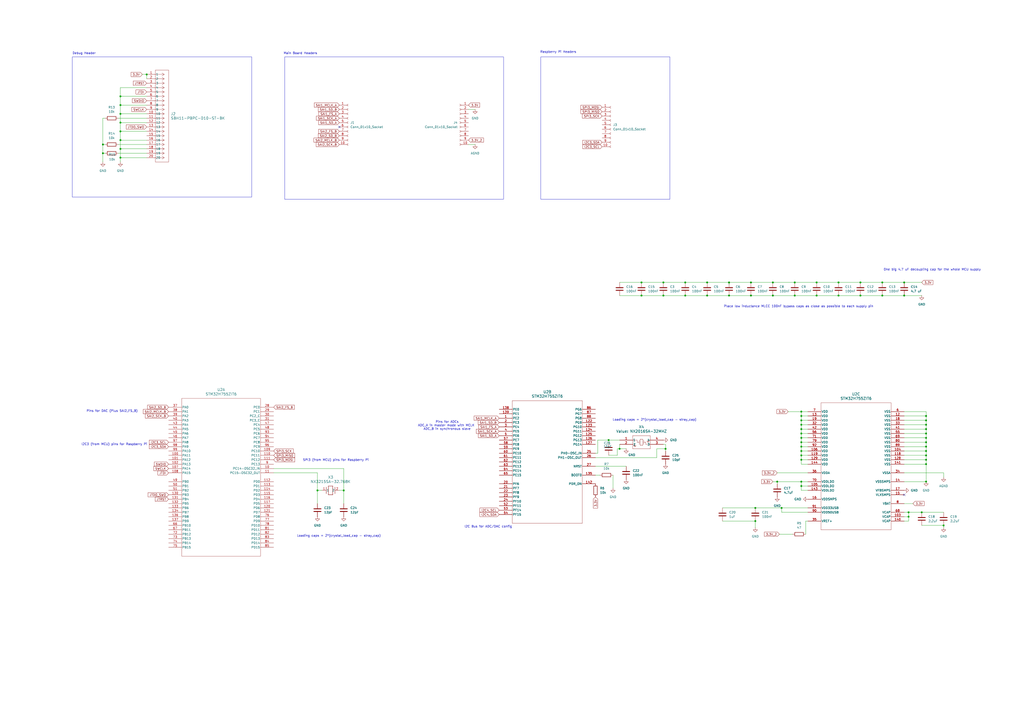
<source format=kicad_sch>
(kicad_sch (version 20231120) (generator "eeschema") (generator_version "8.0")
  (paper "A2")
  (lib_symbols
    (symbol "Connector:Conn_01x10_Socket" (pin_names (offset 1.016) hide)
      (property "Reference" "J" (at 0 12.7 0))
      (property "Value" "Conn_01x10_Socket" (at 0 -15.24 0))
      (symbol "Conn_01x10_Socket_1_1"
        (pin passive line (at -5.08 10.16 0) (length 3.81) (name "Pin_1") (number "1"))
        (pin passive line (at -5.08 -12.7 0) (length 3.81) (name "Pin_10") (number "10"))
        (pin passive line (at -5.08 7.62 0) (length 3.81) (name "Pin_2") (number "2"))
        (pin passive line (at -5.08 5.08 0) (length 3.81) (name "Pin_3") (number "3"))
        (pin passive line (at -5.08 2.54 0) (length 3.81) (name "Pin_4") (number "4"))
        (pin passive line (at -5.08 0 0) (length 3.81) (name "Pin_5") (number "5"))
        (pin passive line (at -5.08 -2.54 0) (length 3.81) (name "Pin_6") (number "6"))
        (pin passive line (at -5.08 -5.08 0) (length 3.81) (name "Pin_7") (number "7"))
        (pin passive line (at -5.08 -7.62 0) (length 3.81) (name "Pin_8") (number "8"))
        (pin passive line (at -5.08 -10.16 0) (length 3.81) (name "Pin_9") (number "9"))
      )
    )
    (symbol "Device:C" (pin_numbers hide) (pin_names (offset 0.254))
      (property "Reference" "C" (at 0.635 2.54 0))
      (property "Value" "C" (at 0.635 -2.54 0))
      (symbol "C_1_1"
        (pin passive line (at 0 3.81 270) (length 2.794) (name "~") (number "1"))
        (pin passive line (at 0 -3.81 90) (length 2.794) (name "~") (number "2"))
      )
    )
    (symbol "Device:R" (pin_numbers hide) (pin_names (offset 0))
      (property "Reference" "R" (at 2.032 0 90))
      (property "Value" "R" (at 0 0 90))
      (symbol "R_1_1"
        (pin passive line (at 0 3.81 270) (length 1.27) (name "~") (number "1"))
        (pin passive line (at 0 -3.81 90) (length 1.27) (name "~") (number "2"))
      )
    )
    (symbol "SDLibrary:NX2016SA-32MHZ-EXS00A-CS06654" (pin_names (offset 0.254))
      (property "Reference" "X" (at 12.7 7.62 0))
      (property "Value" "NX2016SA-32MHZ" (at 12.7 5.08 0) (show_name))
      (symbol "NX2016SA-32MHZ-EXS00A-CS06654_0_1"
        (pin unspecified line (at 0 0 0) (length 7.62) (name "1") (number "1"))
        (pin unspecified line (at 0 -2.54 0) (length 7.62) (name "2") (number "2"))
        (pin unspecified line (at 25.4 -2.54 180) (length 7.62) (name "3") (number "3"))
        (pin unspecified line (at 25.4 0 180) (length 7.62) (name "4") (number "4"))
      )
    )
    (symbol "SDLibrary:NX3215SA-32.768K-STD-MUA-9" (pin_names (offset 0.254))
      (property "Reference" "X" (at 5.08 4.445 0))
      (property "Value" "NX3215SA-32.768K" (at 5.08 -4.445 0))
      (symbol "NX3215SA-32.768K-STD-MUA-9_1_1"
        (pin unspecified line (at 0 0 0) (length 2.54) (name "1") (number "1"))
        (pin unspecified line (at 10.16 0 180) (length 2.54) (name "2") (number "2"))
      )
      (symbol "NX3215SA-32.768K-STD-MUA-9_1_2"
        (pin unspecified line (at 0 0 90) (length 2.54) (name "1") (number "1"))
        (pin unspecified line (at 0 10.16 270) (length 2.54) (name "2") (number "2"))
      )
    )
    (symbol "SDLibrary:SBH11-PBPC-D10-ST-BK" (pin_names (offset 0.254))
      (property "Reference" "J" (at 8.89 6.35 0))
      (property "Value" "SBH11-PBPC-D10-ST-BK" (at 1.016 4.318 0))
      (symbol "SBH11-PBPC-D10-ST-BK_0_1"
        (pin unspecified line (at 0 0 0) (length 5.08) (name "1") (number "1"))
        (pin unspecified line (at 0 -22.86 0) (length 5.08) (name "10") (number "10"))
        (pin unspecified line (at 0 -25.4 0) (length 5.08) (name "11") (number "11"))
        (pin unspecified line (at 0 -27.94 0) (length 5.08) (name "12") (number "12"))
        (pin unspecified line (at 0 -30.48 0) (length 5.08) (name "13") (number "13"))
        (pin unspecified line (at 0 -33.02 0) (length 5.08) (name "14") (number "14"))
        (pin unspecified line (at 0 -35.56 0) (length 5.08) (name "15") (number "15"))
        (pin unspecified line (at 0 -38.1 0) (length 5.08) (name "16") (number "16"))
        (pin unspecified line (at 0 -40.64 0) (length 5.08) (name "17") (number "17"))
        (pin unspecified line (at 0 -43.18 0) (length 5.08) (name "18") (number "18"))
        (pin unspecified line (at 0 -45.72 0) (length 5.08) (name "19") (number "19"))
        (pin unspecified line (at 0 -2.54 0) (length 5.08) (name "2") (number "2"))
        (pin unspecified line (at 0 -48.26 0) (length 5.08) (name "20") (number "20"))
        (pin unspecified line (at 0 -5.08 0) (length 5.08) (name "3") (number "3"))
        (pin unspecified line (at 0 -7.62 0) (length 5.08) (name "4") (number "4"))
        (pin unspecified line (at 0 -10.16 0) (length 5.08) (name "5") (number "5"))
        (pin unspecified line (at 0 -12.7 0) (length 5.08) (name "6") (number "6"))
        (pin unspecified line (at 0 -15.24 0) (length 5.08) (name "7") (number "7"))
        (pin unspecified line (at 0 -17.78 0) (length 5.08) (name "8") (number "8"))
        (pin unspecified line (at 0 -20.32 0) (length 5.08) (name "9") (number "9"))
      )
    )
    (symbol "SDLibrary:STM32H755ZIT6" (pin_names (offset 0.254))
      (property "Reference" "U" (at 30.48 10.16 0))
      (property "Value" "STM32H755ZIT6" (at 30.48 7.62 0))
      (symbol "STM32H755ZIT6_1_1"
        (pin bidirectional line (at 60.96 -35.56 180) (length 7.62) (name "PC14-OSC32_IN") (number "10"))
        (pin bidirectional line (at 0 -27.94 0) (length 7.62) (name "PA11") (number "100"))
        (pin bidirectional line (at 0 -30.48 0) (length 7.62) (name "PA12") (number "101"))
        (pin bidirectional line (at 0 -33.02 0) (length 7.62) (name "PA13") (number "102"))
        (pin bidirectional line (at 0 -35.56 0) (length 7.62) (name "PA14") (number "107"))
        (pin bidirectional line (at 0 -38.1 0) (length 7.62) (name "PA15") (number "108"))
        (pin bidirectional line (at 60.96 -25.4 180) (length 7.62) (name "PC10") (number "109"))
        (pin bidirectional line (at 60.96 -38.1 180) (length 7.62) (name "PC15-OSC32_OUT") (number "11"))
        (pin bidirectional line (at 60.96 -27.94 180) (length 7.62) (name "PC11") (number "110"))
        (pin bidirectional line (at 60.96 -30.48 180) (length 7.62) (name "PC12") (number "111"))
        (pin bidirectional line (at 60.96 -43.18 180) (length 7.62) (name "PD0") (number "112"))
        (pin bidirectional line (at 60.96 -45.72 180) (length 7.62) (name "PD1") (number "113"))
        (pin bidirectional line (at 60.96 -48.26 180) (length 7.62) (name "PD2") (number "114"))
        (pin bidirectional line (at 60.96 -50.8 180) (length 7.62) (name "PD3") (number "115"))
        (pin bidirectional line (at 60.96 -53.34 180) (length 7.62) (name "PD4") (number "116"))
        (pin bidirectional line (at 60.96 -55.88 180) (length 7.62) (name "PD5") (number "117"))
        (pin bidirectional line (at 60.96 -58.42 180) (length 7.62) (name "PD6") (number "120"))
        (pin bidirectional line (at 60.96 -60.96 180) (length 7.62) (name "PD7") (number "121"))
        (pin bidirectional line (at 0 -50.8 0) (length 7.62) (name "PB3") (number "130"))
        (pin bidirectional line (at 0 -53.34 0) (length 7.62) (name "PB4") (number "131"))
        (pin bidirectional line (at 0 -55.88 0) (length 7.62) (name "PB5") (number "132"))
        (pin bidirectional line (at 0 -58.42 0) (length 7.62) (name "PB6") (number "133"))
        (pin bidirectional line (at 0 -60.96 0) (length 7.62) (name "PB7") (number "134"))
        (pin bidirectional line (at 0 -63.5 0) (length 7.62) (name "PB8") (number "136"))
        (pin bidirectional line (at 0 -66.04 0) (length 7.62) (name "PB9") (number "137"))
        (pin bidirectional line (at 60.96 0 180) (length 7.62) (name "PC0") (number "28"))
        (pin bidirectional line (at 60.96 -2.54 180) (length 7.62) (name "PC1") (number "29"))
        (pin bidirectional line (at 60.96 -5.08 180) (length 7.62) (name "PC2_C") (number "30"))
        (pin bidirectional line (at 60.96 -7.62 180) (length 7.62) (name "PC3_C") (number "31"))
        (pin bidirectional line (at 0 0 0) (length 7.62) (name "PA0") (number "37"))
        (pin bidirectional line (at 0 -2.54 0) (length 7.62) (name "PA1") (number "38"))
        (pin bidirectional line (at 0 -5.08 0) (length 7.62) (name "PA2") (number "39"))
        (pin bidirectional line (at 0 -7.62 0) (length 7.62) (name "PA3") (number "40"))
        (pin bidirectional line (at 0 -10.16 0) (length 7.62) (name "PA4") (number "43"))
        (pin bidirectional line (at 0 -12.7 0) (length 7.62) (name "PA5") (number "44"))
        (pin bidirectional line (at 0 -15.24 0) (length 7.62) (name "PA6") (number "45"))
        (pin bidirectional line (at 0 -17.78 0) (length 7.62) (name "PA7") (number "46"))
        (pin bidirectional line (at 60.96 -10.16 180) (length 7.62) (name "PC4") (number "47"))
        (pin bidirectional line (at 60.96 -12.7 180) (length 7.62) (name "PC5") (number "48"))
        (pin bidirectional line (at 0 -43.18 0) (length 7.62) (name "PB0") (number "49"))
        (pin bidirectional line (at 0 -45.72 0) (length 7.62) (name "PB1") (number "50"))
        (pin bidirectional line (at 0 -48.26 0) (length 7.62) (name "PB2") (number "51"))
        (pin bidirectional line (at 0 -68.58 0) (length 7.62) (name "PB10") (number "66"))
        (pin bidirectional line (at 0 -71.12 0) (length 7.62) (name "PB11") (number "67"))
        (pin bidirectional line (at 0 -73.66 0) (length 7.62) (name "PB12") (number "72"))
        (pin bidirectional line (at 0 -76.2 0) (length 7.62) (name "PB13") (number "73"))
        (pin bidirectional line (at 0 -78.74 0) (length 7.62) (name "PB14") (number "74"))
        (pin bidirectional line (at 0 -81.28 0) (length 7.62) (name "PB15") (number "75"))
        (pin bidirectional line (at 60.96 -63.5 180) (length 7.62) (name "PD8") (number "76"))
        (pin bidirectional line (at 60.96 -66.04 180) (length 7.62) (name "PD9") (number "77"))
        (pin bidirectional line (at 60.96 -68.58 180) (length 7.62) (name "PD10") (number "78"))
        (pin bidirectional line (at 60.96 -71.12 180) (length 7.62) (name "PD11") (number "81"))
        (pin bidirectional line (at 60.96 -73.66 180) (length 7.62) (name "PD12") (number "82"))
        (pin bidirectional line (at 60.96 -76.2 180) (length 7.62) (name "PD13") (number "83"))
        (pin bidirectional line (at 60.96 -78.74 180) (length 7.62) (name "PD14") (number "84"))
        (pin bidirectional line (at 60.96 -81.28 180) (length 7.62) (name "PD15") (number "85"))
        (pin bidirectional line (at 60.96 -33.02 180) (length 7.62) (name "PC13") (number "9"))
        (pin bidirectional line (at 60.96 -15.24 180) (length 7.62) (name "PC6") (number "93"))
        (pin bidirectional line (at 60.96 -17.78 180) (length 7.62) (name "PC7") (number "94"))
        (pin bidirectional line (at 60.96 -20.32 180) (length 7.62) (name "PC8") (number "95"))
        (pin bidirectional line (at 60.96 -22.86 180) (length 7.62) (name "PC9") (number "96"))
        (pin bidirectional line (at 0 -20.32 0) (length 7.62) (name "PA8") (number "97"))
        (pin bidirectional line (at 0 -22.86 0) (length 7.62) (name "PA9") (number "98"))
        (pin bidirectional line (at 0 -25.4 0) (length 7.62) (name "PA10") (number "99"))
      )
      (symbol "STM32H755ZIT6_2_1"
        (pin bidirectional line (at 0 -5.08 0) (length 7.62) (name "PE2") (number "1"))
        (pin bidirectional line (at 55.88 -7.62 180) (length 7.62) (name "PG9") (number "122"))
        (pin bidirectional line (at 55.88 -10.16 180) (length 7.62) (name "PG10") (number "123"))
        (pin bidirectional line (at 55.88 -12.7 180) (length 7.62) (name "PG11") (number "124"))
        (pin bidirectional line (at 55.88 -15.24 180) (length 7.62) (name "PG12") (number "125"))
        (pin bidirectional line (at 55.88 -17.78 180) (length 7.62) (name "PG13") (number "126"))
        (pin bidirectional line (at 55.88 -20.32 180) (length 7.62) (name "PG14") (number "127"))
        (pin input line (at 55.88 -38.1 180) (length 7.62) (name "BOOT0") (number "135"))
        (pin bidirectional line (at 0 0 0) (length 7.62) (name "PE0") (number "138"))
        (pin bidirectional line (at 0 -2.54 0) (length 7.62) (name "PE1") (number "139"))
        (pin bidirectional line (at 55.88 -43.18 180) (length 7.62) (name "PDR_ON") (number "142"))
        (pin bidirectional line (at 0 -7.62 0) (length 7.62) (name "PE3") (number "2"))
        (pin bidirectional line (at 0 -43.18 0) (length 7.62) (name "PF6") (number "20"))
        (pin bidirectional line (at 0 -45.72 0) (length 7.62) (name "PF7") (number "21"))
        (pin bidirectional line (at 0 -48.26 0) (length 7.62) (name "PF8") (number "22"))
        (pin bidirectional line (at 0 -50.8 0) (length 7.62) (name "PF9") (number "23"))
        (pin bidirectional line (at 0 -53.34 0) (length 7.62) (name "PF10") (number "24"))
        (pin bidirectional line (at 55.88 -25.4 180) (length 7.62) (name "PH0-OSC_IN") (number "25"))
        (pin bidirectional line (at 55.88 -27.94 180) (length 7.62) (name "PH1-OSC_OUT") (number "26"))
        (pin bidirectional line (at 55.88 -33.02 180) (length 7.62) (name "NRST") (number "27"))
        (pin bidirectional line (at 0 -10.16 0) (length 7.62) (name "PE4") (number "3"))
        (pin bidirectional line (at 0 -12.7 0) (length 7.62) (name "PE5") (number "4"))
        (pin bidirectional line (at 0 -15.24 0) (length 7.62) (name "PE6") (number "5"))
        (pin bidirectional line (at 0 -55.88 0) (length 7.62) (name "PF11") (number "52"))
        (pin bidirectional line (at 0 -58.42 0) (length 7.62) (name "PF14") (number "53"))
        (pin bidirectional line (at 0 -60.96 0) (length 7.62) (name "PF15") (number "54"))
        (pin bidirectional line (at 0 -17.78 0) (length 7.62) (name "PE7") (number "57"))
        (pin bidirectional line (at 0 -20.32 0) (length 7.62) (name "PE8") (number "58"))
        (pin bidirectional line (at 0 -22.86 0) (length 7.62) (name "PE9") (number "59"))
        (pin bidirectional line (at 0 -25.4 0) (length 7.62) (name "PE10") (number "60"))
        (pin bidirectional line (at 0 -27.94 0) (length 7.62) (name "PE11") (number "61"))
        (pin bidirectional line (at 0 -30.48 0) (length 7.62) (name "PE12") (number "62"))
        (pin bidirectional line (at 0 -33.02 0) (length 7.62) (name "PE13") (number "63"))
        (pin bidirectional line (at 0 -35.56 0) (length 7.62) (name "PE14") (number "64"))
        (pin bidirectional line (at 0 -38.1 0) (length 7.62) (name "PE15") (number "65"))
        (pin bidirectional line (at 55.88 0 180) (length 7.62) (name "PG6") (number "86"))
        (pin bidirectional line (at 55.88 -2.54 180) (length 7.62) (name "PG7") (number "87"))
        (pin bidirectional line (at 55.88 -5.08 180) (length 7.62) (name "PG8") (number "88"))
      )
      (symbol "STM32H755ZIT6_3_1"
        (pin power_in line (at 55.88 -60.96 180) (length 7.62) (name "VCAP") (number "103"))
        (pin power_in line (at 55.88 -22.86 180) (length 7.62) (name "VSS") (number "104"))
        (pin power_in line (at 0 -43.18 0) (length 7.62) (name "VDDLDO") (number "105"))
        (pin power_in line (at 0 -22.86 0) (length 7.62) (name "VDD") (number "106"))
        (pin power_in line (at 55.88 -25.4 180) (length 7.62) (name "VSS") (number "118"))
        (pin power_in line (at 0 -25.4 0) (length 7.62) (name "VDD") (number "119"))
        (pin power_in line (at 55.88 -2.54 180) (length 7.62) (name "VSS") (number "12"))
        (pin power_in line (at 55.88 -27.94 180) (length 7.62) (name "VSS") (number "128"))
        (pin power_in line (at 0 -27.94 0) (length 7.62) (name "VDD") (number "129"))
        (pin power_in line (at 0 -2.54 0) (length 7.62) (name "VDD") (number "13"))
        (pin power_in line (at 55.88 -40.64 180) (length 7.62) (name "VSSSMPS") (number "14"))
        (pin power_in line (at 55.88 -63.5 180) (length 7.62) (name "VCAP") (number "140"))
        (pin power_in line (at 55.88 -30.48 180) (length 7.62) (name "VSS") (number "141"))
        (pin power_in line (at 0 -45.72 0) (length 7.62) (name "VDDLDO") (number "143"))
        (pin power_in line (at 0 -30.48 0) (length 7.62) (name "VDD") (number "144"))
        (pin power_in line (at 55.88 -48.26 180) (length 7.62) (name "VLXSMPS") (number "15"))
        (pin power_in line (at 0 -50.8 0) (length 7.62) (name "VDDSMPS") (number "16"))
        (pin power_in line (at 55.88 -45.72 180) (length 7.62) (name "VFBSMPS") (number "17"))
        (pin power_in line (at 55.88 -5.08 180) (length 7.62) (name "VSS") (number "18"))
        (pin power_in line (at 0 -5.08 0) (length 7.62) (name "VDD") (number "19"))
        (pin power_in line (at 0 -7.62 0) (length 7.62) (name "VDD") (number "32"))
        (pin power_in line (at 55.88 -7.62 180) (length 7.62) (name "VSS") (number "33"))
        (pin power_in line (at 55.88 -35.56 180) (length 7.62) (name "VSSA") (number "34"))
        (pin power_in line (at 0 -63.5 0) (length 7.62) (name "VREF+") (number "35"))
        (pin power_in line (at 0 -35.56 0) (length 7.62) (name "VDDA") (number "36"))
        (pin power_in line (at 55.88 -10.16 180) (length 7.62) (name "VSS") (number "41"))
        (pin power_in line (at 0 -10.16 0) (length 7.62) (name "VDD") (number "42"))
        (pin power_in line (at 55.88 -12.7 180) (length 7.62) (name "VSS") (number "55"))
        (pin power_in line (at 0 -12.7 0) (length 7.62) (name "VDD") (number "56"))
        (pin power_in line (at 55.88 0 180) (length 7.62) (name "VSS") (number "6"))
        (pin power_in line (at 55.88 -58.42 180) (length 7.62) (name "VCAP") (number "68"))
        (pin power_in line (at 55.88 -15.24 180) (length 7.62) (name "VSS") (number "69"))
        (pin power_in line (at 0 0 0) (length 7.62) (name "VDD") (number "7"))
        (pin power_in line (at 0 -40.64 0) (length 7.62) (name "VDDLDO") (number "70"))
        (pin power_in line (at 0 -15.24 0) (length 7.62) (name "VDD") (number "71"))
        (pin power_in line (at 0 -17.78 0) (length 7.62) (name "VDD") (number "79"))
        (pin power_in line (at 55.88 -53.34 180) (length 7.62) (name "VBAT") (number "8"))
        (pin power_in line (at 55.88 -17.78 180) (length 7.62) (name "VSS") (number "80"))
        (pin power_in line (at 55.88 -20.32 180) (length 7.62) (name "VSS") (number "89"))
        (pin power_in line (at 0 -58.42 0) (length 7.62) (name "VDD50USB") (number "90"))
        (pin power_in line (at 0 -55.88 0) (length 7.62) (name "VDD33USB") (number "91"))
        (pin power_in line (at 0 -20.32 0) (length 7.62) (name "VDD") (number "92"))
      )
    )
    (symbol "power:GND" (power) (pin_numbers hide) (pin_names (offset 0) hide)
      (property "Value" "GND" (at 0 -3.81 0))
      (symbol "GND_1_1"
        (pin power_in line (at 0 0 270) (length 0) (name "~") (number "1"))
      )
    )
  )
  (junction (at 384.81 171.45))
  (junction (at 199.39 284.48))
  (junction (at 499.11 171.45))
  (junction (at 527.05 299.72))
  (junction (at 511.81 171.45))
  (junction (at 422.91 171.45))
  (junction (at 372.11 163.83))
  (junction (at 384.81 163.83))
  (junction (at 69.85 66.04))
  (junction (at 464.82 254))
  (junction (at 397.51 171.45))
  (junction (at 524.51 163.83))
  (junction (at 537.21 254))
  (junction (at 448.31 171.45))
  (junction (at 453.39 294.64))
  (junction (at 464.82 256.54))
  (junction (at 473.71 163.83))
  (junction (at 537.21 269.24))
  (junction (at 386.08 260.35))
  (junction (at 486.41 171.45))
  (junction (at 537.21 279.4))
  (junction (at 537.21 241.3))
  (junction (at 69.85 91.44))
  (junction (at 537.21 259.08))
  (junction (at 461.01 171.45))
  (junction (at 353.06 255.27))
  (junction (at 464.82 259.08))
  (junction (at 464.82 281.94))
  (junction (at 464.82 279.4))
  (junction (at 537.21 251.46))
  (junction (at 59.69 88.9))
  (junction (at 464.82 261.62))
  (junction (at 464.82 251.46))
  (junction (at 438.15 294.64))
  (junction (at 69.85 55.88))
  (junction (at 372.11 171.45))
  (junction (at 524.51 171.45))
  (junction (at 359.41 260.35))
  (junction (at 59.69 83.82))
  (junction (at 537.21 261.62))
  (junction (at 499.11 163.83))
  (junction (at 435.61 163.83))
  (junction (at 527.05 297.18))
  (junction (at 486.41 163.83))
  (junction (at 464.82 246.38))
  (junction (at 184.15 284.48))
  (junction (at 69.85 76.2))
  (junction (at 534.67 297.18))
  (junction (at 537.21 264.16))
  (junction (at 537.21 248.92))
  (junction (at 511.81 163.83))
  (junction (at 547.37 304.8))
  (junction (at 435.61 171.45))
  (junction (at 473.71 171.45))
  (junction (at 69.85 71.12))
  (junction (at 537.21 243.84))
  (junction (at 464.82 241.3))
  (junction (at 537.21 246.38))
  (junction (at 69.85 81.28))
  (junction (at 537.21 266.7))
  (junction (at 537.21 256.54))
  (junction (at 464.82 264.16))
  (junction (at 461.01 163.83))
  (junction (at 397.51 163.83))
  (junction (at 69.85 60.96))
  (junction (at 410.21 171.45))
  (junction (at 464.82 238.76))
  (junction (at 410.21 163.83))
  (junction (at 464.82 266.7))
  (junction (at 450.85 279.4))
  (junction (at 85.09 43.18))
  (junction (at 464.82 248.92))
  (junction (at 438.15 302.26))
  (junction (at 464.82 243.84))
  (junction (at 448.31 163.83))
  (junction (at 69.85 86.36))
  (junction (at 422.91 163.83))
  (no_connect (at 196.85 73.66))
  (no_connect (at 524.51 287.02))
  (wire (pts (xy 468.63 241.3) (xy 464.82 241.3)))
  (wire (pts (xy 68.58 83.82) (xy 85.09 83.82)))
  (wire (pts (xy 438.15 294.64) (xy 419.1 294.64)))
  (wire (pts (xy 534.67 297.18) (xy 547.37 297.18)))
  (wire (pts (xy 464.82 243.84) (xy 464.82 246.38)))
  (wire (pts (xy 464.82 261.62) (xy 464.82 264.16)))
  (wire (pts (xy 452.12 309.88) (xy 459.74 309.88)))
  (wire (pts (xy 464.82 256.54) (xy 468.63 256.54)))
  (wire (pts (xy 464.82 251.46) (xy 468.63 251.46)))
  (wire (pts (xy 69.85 71.12) (xy 69.85 76.2)))
  (wire (pts (xy 69.85 86.36) (xy 85.09 86.36)))
  (wire (pts (xy 524.51 163.83) (xy 534.67 163.83)))
  (wire (pts (xy 69.85 71.12) (xy 85.09 71.12)))
  (wire (pts (xy 82.55 43.18) (xy 85.09 43.18)))
  (wire (pts (xy 358.14 260.35) (xy 359.41 260.35)))
  (wire (pts (xy 464.82 269.24) (xy 468.63 269.24)))
  (wire (pts (xy 524.51 299.72) (xy 527.05 299.72)))
  (wire (pts (xy 422.91 163.83) (xy 435.61 163.83)))
  (wire (pts (xy 69.85 76.2) (xy 85.09 76.2)))
  (wire (pts (xy 486.41 163.83) (xy 499.11 163.83)))
  (wire (pts (xy 438.15 302.26) (xy 438.15 306.07)))
  (wire (pts (xy 511.81 163.83) (xy 524.51 163.83)))
  (wire (pts (xy 69.85 81.28) (xy 85.09 81.28)))
  (wire (pts (xy 419.1 302.26) (xy 438.15 302.26)))
  (wire (pts (xy 448.31 279.4) (xy 450.85 279.4)))
  (wire (pts (xy 453.39 297.18) (xy 453.39 294.64)))
  (wire (pts (xy 372.11 163.83) (xy 384.81 163.83)))
  (wire (pts (xy 464.82 259.08) (xy 464.82 261.62)))
  (wire (pts (xy 464.82 281.94) (xy 464.82 284.48)))
  (wire (pts (xy 537.21 238.76) (xy 537.21 241.3)))
  (wire (pts (xy 69.85 81.28) (xy 69.85 86.36)))
  (wire (pts (xy 464.82 254) (xy 464.82 256.54)))
  (wire (pts (xy 397.51 171.45) (xy 410.21 171.45)))
  (wire (pts (xy 450.85 279.4) (xy 450.85 280.67)))
  (wire (pts (xy 410.21 163.83) (xy 422.91 163.83)))
  (wire (pts (xy 511.81 171.45) (xy 524.51 171.45)))
  (wire (pts (xy 537.21 251.46) (xy 537.21 254)))
  (wire (pts (xy 464.82 238.76) (xy 468.63 238.76)))
  (wire (pts (xy 464.82 261.62) (xy 468.63 261.62)))
  (wire (pts (xy 358.14 260.35) (xy 358.14 264.16)))
  (wire (pts (xy 450.85 274.32) (xy 468.63 274.32)))
  (wire (pts (xy 524.51 254) (xy 537.21 254)))
  (wire (pts (xy 524.51 248.92) (xy 537.21 248.92)))
  (wire (pts (xy 184.15 284.48) (xy 184.15 292.1)))
  (wire (pts (xy 186.69 284.48) (xy 184.15 284.48)))
  (wire (pts (xy 537.21 243.84) (xy 537.21 246.38)))
  (wire (pts (xy 386.08 260.35) (xy 386.08 261.62)))
  (wire (pts (xy 537.21 259.08) (xy 537.21 261.62)))
  (wire (pts (xy 359.41 171.45) (xy 372.11 171.45)))
  (wire (pts (xy 524.51 241.3) (xy 537.21 241.3)))
  (wire (pts (xy 345.44 275.59) (xy 347.98 275.59)))
  (wire (pts (xy 359.41 255.27) (xy 353.06 255.27)))
  (wire (pts (xy 464.82 246.38) (xy 468.63 246.38)))
  (wire (pts (xy 359.41 163.83) (xy 372.11 163.83)))
  (wire (pts (xy 547.37 276.86) (xy 547.37 274.32)))
  (wire (pts (xy 527.05 299.72) (xy 527.05 302.26)))
  (wire (pts (xy 381 260.35) (xy 381 265.43)))
  (wire (pts (xy 467.36 309.88) (xy 467.36 302.26)))
  (wire (pts (xy 464.82 264.16) (xy 464.82 266.7)))
  (wire (pts (xy 386.08 260.35) (xy 381 260.35)))
  (wire (pts (xy 524.51 256.54) (xy 537.21 256.54)))
  (wire (pts (xy 524.51 266.7) (xy 537.21 266.7)))
  (wire (pts (xy 464.82 251.46) (xy 464.82 254)))
  (wire (pts (xy 537.21 261.62) (xy 537.21 264.16)))
  (wire (pts (xy 199.39 271.78) (xy 199.39 284.48)))
  (wire (pts (xy 524.51 297.18) (xy 527.05 297.18)))
  (wire (pts (xy 435.61 171.45) (xy 448.31 171.45)))
  (wire (pts (xy 464.82 254) (xy 468.63 254)))
  (wire (pts (xy 464.82 256.54) (xy 464.82 259.08)))
  (wire (pts (xy 473.71 163.83) (xy 486.41 163.83)))
  (wire (pts (xy 422.91 163.83) (xy 422.91 165.1)))
  (wire (pts (xy 69.85 76.2) (xy 69.85 81.28)))
  (wire (pts (xy 355.6 275.59) (xy 355.6 283.21)))
  (wire (pts (xy 524.51 261.62) (xy 537.21 261.62)))
  (wire (pts (xy 353.06 255.27) (xy 353.06 256.54)))
  (wire (pts (xy 69.85 91.44) (xy 69.85 93.98)))
  (wire (pts (xy 464.82 264.16) (xy 468.63 264.16)))
  (wire (pts (xy 346.71 255.27) (xy 346.71 262.89)))
  (wire (pts (xy 537.21 241.3) (xy 537.21 243.84)))
  (wire (pts (xy 69.85 60.96) (xy 69.85 66.04)))
  (wire (pts (xy 537.21 256.54) (xy 537.21 259.08)))
  (wire (pts (xy 69.85 66.04) (xy 85.09 66.04)))
  (wire (pts (xy 499.11 163.83) (xy 511.81 163.83)))
  (wire (pts (xy 69.85 60.96) (xy 85.09 60.96)))
  (wire (pts (xy 60.96 68.58) (xy 59.69 68.58)))
  (wire (pts (xy 473.71 171.45) (xy 486.41 171.45)))
  (wire (pts (xy 464.82 266.7) (xy 464.82 269.24)))
  (wire (pts (xy 59.69 68.58) (xy 59.69 83.82)))
  (wire (pts (xy 468.63 243.84) (xy 464.82 243.84)))
  (wire (pts (xy 524.51 292.1) (xy 529.59 292.1)))
  (wire (pts (xy 386.08 257.81) (xy 386.08 260.35)))
  (wire (pts (xy 464.82 279.4) (xy 468.63 279.4)))
  (wire (pts (xy 464.82 248.92) (xy 468.63 248.92)))
  (wire (pts (xy 537.21 264.16) (xy 537.21 266.7)))
  (wire (pts (xy 524.51 264.16) (xy 537.21 264.16)))
  (wire (pts (xy 196.85 284.48) (xy 199.39 284.48)))
  (wire (pts (xy 199.39 284.48) (xy 199.39 292.1)))
  (wire (pts (xy 384.81 163.83) (xy 397.51 163.83)))
  (wire (pts (xy 527.05 297.18) (xy 534.67 297.18)))
  (wire (pts (xy 467.36 302.26) (xy 468.63 302.26)))
  (wire (pts (xy 524.51 246.38) (xy 537.21 246.38)))
  (wire (pts (xy 435.61 163.83) (xy 448.31 163.83)))
  (wire (pts (xy 158.75 274.32) (xy 184.15 274.32)))
  (wire (pts (xy 271.78 63.5) (xy 275.59 63.5)))
  (wire (pts (xy 464.82 238.76) (xy 464.82 241.3)))
  (wire (pts (xy 461.01 163.83) (xy 473.71 163.83)))
  (wire (pts (xy 486.41 171.45) (xy 499.11 171.45)))
  (wire (pts (xy 527.05 297.18) (xy 527.05 299.72)))
  (wire (pts (xy 464.82 246.38) (xy 464.82 248.92)))
  (wire (pts (xy 537.21 269.24) (xy 537.21 279.4)))
  (wire (pts (xy 524.51 171.45) (xy 534.67 171.45)))
  (wire (pts (xy 397.51 163.83) (xy 410.21 163.83)))
  (wire (pts (xy 363.22 260.35) (xy 359.41 260.35)))
  (wire (pts (xy 59.69 83.82) (xy 60.96 83.82)))
  (wire (pts (xy 464.82 279.4) (xy 464.82 281.94)))
  (wire (pts (xy 69.85 91.44) (xy 85.09 91.44)))
  (wire (pts (xy 69.85 66.04) (xy 69.85 71.12)))
  (wire (pts (xy 59.69 88.9) (xy 60.96 88.9)))
  (wire (pts (xy 453.39 294.64) (xy 438.15 294.64)))
  (wire (pts (xy 69.85 86.36) (xy 69.85 91.44)))
  (wire (pts (xy 468.63 294.64) (xy 453.39 294.64)))
  (wire (pts (xy 464.82 259.08) (xy 468.63 259.08)))
  (wire (pts (xy 464.82 266.7) (xy 468.63 266.7)))
  (wire (pts (xy 534.67 304.8) (xy 547.37 304.8)))
  (wire (pts (xy 68.58 88.9) (xy 85.09 88.9)))
  (wire (pts (xy 69.85 50.8) (xy 69.85 55.88)))
  (wire (pts (xy 59.69 88.9) (xy 59.69 93.98)))
  (wire (pts (xy 464.82 241.3) (xy 464.82 243.84)))
  (wire (pts (xy 524.51 243.84) (xy 537.21 243.84)))
  (wire (pts (xy 59.69 83.82) (xy 59.69 88.9)))
  (wire (pts (xy 158.75 271.78) (xy 199.39 271.78)))
  (wire (pts (xy 85.09 68.58) (xy 68.58 68.58)))
  (wire (pts (xy 384.81 257.81) (xy 386.08 257.81)))
  (wire (pts (xy 461.01 171.45) (xy 473.71 171.45)))
  (wire (pts (xy 353.06 255.27) (xy 346.71 255.27)))
  (wire (pts (xy 464.82 284.48) (xy 468.63 284.48)))
  (wire (pts (xy 85.09 43.18) (xy 85.09 45.72)))
  (wire (pts (xy 69.85 55.88) (xy 69.85 60.96)))
  (wire (pts (xy 464.82 281.94) (xy 468.63 281.94)))
  (wire (pts (xy 448.31 163.83) (xy 461.01 163.83)))
  (wire (pts (xy 527.05 302.26) (xy 524.51 302.26)))
  (wire (pts (xy 448.31 171.45) (xy 461.01 171.45)))
  (wire (pts (xy 468.63 297.18) (xy 453.39 297.18)))
  (wire (pts (xy 524.51 259.08) (xy 537.21 259.08)))
  (wire (pts (xy 499.11 171.45) (xy 511.81 171.45)))
  (wire (pts (xy 381 265.43) (xy 345.44 265.43)))
  (wire (pts (xy 346.71 262.89) (xy 345.44 262.89)))
  (wire (pts (xy 524.51 251.46) (xy 537.21 251.46)))
  (wire (pts (xy 85.09 50.8) (xy 69.85 50.8)))
  (wire (pts (xy 464.82 248.92) (xy 464.82 251.46)))
  (wire (pts (xy 547.37 304.8) (xy 547.37 306.07)))
  (wire (pts (xy 359.41 257.81) (xy 359.41 260.35)))
  (wire (pts (xy 450.85 279.4) (xy 464.82 279.4)))
  (wire (pts (xy 547.37 274.32) (xy 524.51 274.32)))
  (wire (pts (xy 184.15 274.32) (xy 184.15 284.48)))
  (wire (pts (xy 69.85 55.88) (xy 85.09 55.88)))
  (wire (pts (xy 537.21 266.7) (xy 537.21 269.24)))
  (wire (pts (xy 345.44 270.51) (xy 363.22 270.51)))
  (wire (pts (xy 524.51 279.4) (xy 537.21 279.4)))
  (wire (pts (xy 271.78 83.82) (xy 275.59 83.82)))
  (wire (pts (xy 422.91 171.45) (xy 435.61 171.45)))
  (wire (pts (xy 537.21 248.92) (xy 537.21 251.46)))
  (wire (pts (xy 410.21 171.45) (xy 422.91 171.45)))
  (wire (pts (xy 524.51 238.76) (xy 537.21 238.76)))
  (wire (pts (xy 537.21 254) (xy 537.21 256.54)))
  (wire (pts (xy 384.81 171.45) (xy 397.51 171.45)))
  (wire (pts (xy 358.14 264.16) (xy 353.06 264.16)))
  (wire (pts (xy 457.2 238.76) (xy 464.82 238.76)))
  (wire (pts (xy 372.11 171.45) (xy 384.81 171.45)))
  (wire (pts (xy 524.51 269.24) (xy 537.21 269.24)))
  (wire (pts (xy 537.21 246.38) (xy 537.21 248.92)))
  (rectangle (start 313.69 33.02) (end 388.62 115.57))
  (rectangle (start 165.1 33.02) (end 292.1 115.57))
  (rectangle (start 41.91 33.02) (end 146.05 114.3))
  (text "Loading caps = 2*(crystal_load_cap - stray_cap)" (at 196.596 310.896 0) (effects (font (size 1.27 1.27))))
  (text "Debug Header" (at 48.768 30.988 0) (effects (font (size 1.27 1.27))))
  (text "Pins for DAC (Plus SAI2_FS_B)" (at 65.024 238.506 0) (effects (font (size 1.27 1.27))))
  (text "Loading caps = 2*(crystal_load_cap - stray_cap)" (at 379.73 243.586 0) (effects (font (size 1.27 1.27))))
  (text "SPI3 (from MCU) pins for Raspberry Pi\n" (at 194.818 266.954 0) (effects (font (size 1.27 1.27))))
  (text "Place low inductance MLCC 100nF bypass caps as close as possible to each supply pin" (at 463.296 177.8 0) (effects (font (size 1.27 1.27))))
  (text "Raspberry Pi Headers" (at 323.85 30.226 0) (effects (font (size 1.27 1.27))))
  (text "I2C3 (from MCU) pins for Raspberry Pi" (at 66.294 257.81 0) (effects (font (size 1.27 1.27))))
  (text "I2C Bus for ADC/DAC config" (at 283.21 305.562 0) (effects (font (size 1.27 1.27))))
  (text "One big 4.7 uF decoupling cap for the whole MCU supply" (at 540.766 156.464 0) (effects (font (size 1.27 1.27))))
  (text "Pins for ADCs\nADC_A in master mode with MCLK \nADC_B in synchronous slave\n" (at 259.334 246.888 0) (effects (font (size 1.27 1.27))))
  (text "Main Board Headers" (at 174.244 30.988 0) (effects (font (size 1.27 1.27))))
  (global_label "SWDIO" (shape input) (at 85.09 58.42 180) (property "Intersheetrefs" "${INTERSHEET_REFS}" (effects (hide yes))))
  (global_label "SWCLK" (shape input) (at 97.79 271.78 180) (property "Intersheetrefs" "${INTERSHEET_REFS}" (effects (hide yes))))
  (global_label "SAI1_FS_A" (shape input) (at 289.56 247.65 180) (property "Intersheetrefs" "${INTERSHEET_REFS}" (effects (hide yes))))
  (global_label "SAI1_MCLK_A" (shape input) (at 289.56 242.57 180) (property "Intersheetrefs" "${INTERSHEET_REFS}" (effects (hide yes))))
  (global_label "I2C3_SDA" (shape input) (at 349.25 82.55 180) (property "Intersheetrefs" "${INTERSHEET_REFS}" (effects (hide yes))))
  (global_label "SPI3_MISO" (shape input) (at 158.75 264.16 0) (property "Intersheetrefs" "${INTERSHEET_REFS}" (effects (hide yes))))
  (global_label "SAI1_SCK_A" (shape input) (at 289.56 250.19 180) (property "Intersheetrefs" "${INTERSHEET_REFS}" (effects (hide yes))))
  (global_label "3.3V" (shape input) (at 82.55 43.18 180) (property "Intersheetrefs" "${INTERSHEET_REFS}" (effects (hide yes))))
  (global_label "SAI1_SD_B" (shape input) (at 196.85 63.5 180) (property "Intersheetrefs" "${INTERSHEET_REFS}" (effects (hide yes))))
  (global_label "JTRST" (shape input) (at 97.79 289.56 180) (property "Intersheetrefs" "${INTERSHEET_REFS}" (effects (hide yes))))
  (global_label "SAI1_SD_A" (shape input) (at 196.85 71.12 180) (property "Intersheetrefs" "${INTERSHEET_REFS}" (effects (hide yes))))
  (global_label "3.3V_2" (shape input) (at 452.12 309.88 180) (property "Intersheetrefs" "${INTERSHEET_REFS}" (effects (hide yes))))
  (global_label "JTDO_SWO" (shape input) (at 97.79 287.02 180) (property "Intersheetrefs" "${INTERSHEET_REFS}" (effects (hide yes))))
  (global_label "JTDI" (shape input) (at 97.79 274.32 180) (property "Intersheetrefs" "${INTERSHEET_REFS}" (effects (hide yes))))
  (global_label "SPI3_MOSI" (shape input) (at 349.25 62.23 180) (property "Intersheetrefs" "${INTERSHEET_REFS}" (effects (hide yes))))
  (global_label "SWDIO" (shape input) (at 97.79 269.24 180) (property "Intersheetrefs" "${INTERSHEET_REFS}" (effects (hide yes))))
  (global_label "3.3V_2" (shape input) (at 450.85 274.32 180) (property "Intersheetrefs" "${INTERSHEET_REFS}" (effects (hide yes))))
  (global_label "SAI2_FS_B" (shape input) (at 158.75 236.22 0) (property "Intersheetrefs" "${INTERSHEET_REFS}" (effects (hide yes))))
  (global_label "I2C4_SDA" (shape input) (at 289.56 298.45 180) (property "Intersheetrefs" "${INTERSHEET_REFS}" (effects (hide yes))))
  (global_label "SAI2_MCLK_B" (shape input) (at 97.79 238.76 180) (property "Intersheetrefs" "${INTERSHEET_REFS}" (effects (hide yes))))
  (global_label "3.3V" (shape input) (at 457.2 238.76 180) (property "Intersheetrefs" "${INTERSHEET_REFS}" (effects (hide yes))))
  (global_label "SAI2_SD_B" (shape input) (at 97.79 236.22 180) (property "Intersheetrefs" "${INTERSHEET_REFS}" (effects (hide yes))))
  (global_label "3.3V" (shape input) (at 345.44 288.29 270) (property "Intersheetrefs" "${INTERSHEET_REFS}" (effects (hide yes))))
  (global_label "JTRST" (shape input) (at 85.09 48.26 180) (property "Intersheetrefs" "${INTERSHEET_REFS}" (effects (hide yes))))
  (global_label "JTDI" (shape input) (at 85.09 53.34 180) (property "Intersheetrefs" "${INTERSHEET_REFS}" (effects (hide yes))))
  (global_label "3.3V" (shape input) (at 448.31 279.4 180) (property "Intersheetrefs" "${INTERSHEET_REFS}" (effects (hide yes))))
  (global_label "JTDO_SWO" (shape input) (at 85.09 73.66 180) (property "Intersheetrefs" "${INTERSHEET_REFS}" (effects (hide yes))))
  (global_label "SAI1_SCK_A" (shape input) (at 196.85 68.58 180) (property "Intersheetrefs" "${INTERSHEET_REFS}" (effects (hide yes))))
  (global_label "I2C4_SCL" (shape input) (at 289.56 295.91 180) (property "Intersheetrefs" "${INTERSHEET_REFS}" (effects (hide yes))))
  (global_label "SPI3_SCK" (shape input) (at 349.25 67.31 180) (property "Intersheetrefs" "${INTERSHEET_REFS}" (effects (hide yes))))
  (global_label "SAI1_MCLK_A" (shape input) (at 196.85 60.96 180) (property "Intersheetrefs" "${INTERSHEET_REFS}" (effects (hide yes))))
  (global_label "SPI3_MISO" (shape input) (at 349.25 64.77 180) (property "Intersheetrefs" "${INTERSHEET_REFS}" (effects (hide yes))))
  (global_label "SAI2_SCK_B" (shape input) (at 97.79 241.3 180) (property "Intersheetrefs" "${INTERSHEET_REFS}" (effects (hide yes))))
  (global_label "SAI2_MCLK_B" (shape input) (at 196.85 81.28 180) (property "Intersheetrefs" "${INTERSHEET_REFS}" (effects (hide yes))))
  (global_label "SAI1_SD_B" (shape input) (at 289.56 245.11 180) (property "Intersheetrefs" "${INTERSHEET_REFS}" (effects (hide yes))))
  (global_label "3.3V" (shape input) (at 271.78 60.96 0) (property "Intersheetrefs" "${INTERSHEET_REFS}" (effects (hide yes))))
  (global_label "3.3V" (shape input) (at 529.59 292.1 0) (property "Intersheetrefs" "${INTERSHEET_REFS}" (effects (hide yes))))
  (global_label "SAI2_SCK_B" (shape input) (at 196.85 83.82 180) (property "Intersheetrefs" "${INTERSHEET_REFS}" (effects (hide yes))))
  (global_label "SPI3_MOSI" (shape input) (at 158.75 266.7 0) (property "Intersheetrefs" "${INTERSHEET_REFS}" (effects (hide yes))))
  (global_label "I2C3_SCL" (shape input) (at 97.79 256.54 180) (property "Intersheetrefs" "${INTERSHEET_REFS}" (effects (hide yes))))
  (global_label "I2C3_SCL" (shape input) (at 349.25 85.09 180) (property "Intersheetrefs" "${INTERSHEET_REFS}" (effects (hide yes))))
  (global_label "SAI1_SD_A" (shape input) (at 289.56 252.73 180) (property "Intersheetrefs" "${INTERSHEET_REFS}" (effects (hide yes))))
  (global_label "SAI2_FS_B" (shape input) (at 196.85 76.2 180) (property "Intersheetrefs" "${INTERSHEET_REFS}" (effects (hide yes))))
  (global_label "3.3V_2" (shape input) (at 271.78 81.28 0) (property "Intersheetrefs" "${INTERSHEET_REFS}" (effects (hide yes))))
  (global_label "I2C3_SDA" (shape input) (at 97.79 259.08 180) (property "Intersheetrefs" "${INTERSHEET_REFS}" (effects (hide yes))))
  (global_label "3.3V" (shape input) (at 534.67 163.83 0) (property "Intersheetrefs" "${INTERSHEET_REFS}" (effects (hide yes))))
  (global_label "SPI3_SCK" (shape input) (at 158.75 261.62 0) (property "Intersheetrefs" "${INTERSHEET_REFS}" (effects (hide yes))))
  (global_label "SWCLK" (shape input) (at 85.09 63.5 180) (property "Intersheetrefs" "${INTERSHEET_REFS}" (effects (hide yes))))
  (global_label "SAI2_SD_B" (shape input) (at 196.85 78.74 180) (property "Intersheetrefs" "${INTERSHEET_REFS}" (effects (hide yes))))
  (global_label "SAI1_FS_A" (shape input) (at 196.85 66.04 180) (property "Intersheetrefs" "${INTERSHEET_REFS}" (effects (hide yes))))
  (symbol (lib_id "power:GND") (at 547.37 306.07 0) (unit 1)
    (property "Reference" "#PWR09" (effects (hide yes)))
    (property "Value" "GND" (at 547.37 311.15 0))
    (property "Description" "Power symbol creates a global label with name \"GND\" , ground" (effects (hide yes)))
  )
  (symbol (lib_id "power:GND") (at 468.63 289.56 270) (unit 1)
    (property "Reference" "#PWR08" (effects (hide yes)))
    (property "Value" "GND" (at 464.82 289.5599 90) (effects (justify right)))
    (property "Description" "Power symbol creates a global label with name \"GND\" , ground" (effects (hide yes)))
  )
  (symbol (lib_id "SDLibrary:SBH11-PBPC-D10-ST-BK") (at 85.09 43.18 0) (unit 1)
    (property "Reference" "J2" (at 99.06 66.0399 0) (effects (font (size 1.524 1.524)) (justify left)))
    (property "Value" "SBH11-PBPC-D10-ST-BK" (at 99.06 68.5799 0) (effects (font (size 1.524 1.524)) (justify left)))
    (property "Footprint" "2.54Pitch 20pin JTAG" (effects (hide yes)))
    (property "Datasheet" "SBH11-PBPC-D10-ST-BK" (effects (hide yes)))
  )
  (symbol (lib_id "Device:C") (at 524.51 167.64 0) (unit 1)
    (property "Reference" "C14" (at 528.32 166.3699 0) (effects (justify left)))
    (property "Value" "4.7 uF" (at 528.32 168.9099 0) (effects (justify left)))
    (property "Footprint" "Capacitor_SMD:C_0402_1005Metric" (effects (hide yes)))
    (property "Description" "Unpolarized capacitor" (effects (hide yes)))
  )
  (symbol (lib_id "Connector:Conn_01x10_Socket") (at 201.93 71.12 0) (unit 1)
    (property "Reference" "J1" (at 203.2 71.1199 0) (effects (justify left)))
    (property "Value" "Conn_01x10_Socket" (at 203.2 73.6599 0) (effects (justify left)))
    (property "Description" "Generic connector, single row, 01x10, script generated" (effects (hide yes)))
  )
  (symbol (lib_id "Device:C") (at 363.22 274.32 0) (unit 1)
    (property "Reference" "C22" (at 367.03 273.0499 0) (effects (justify left)))
    (property "Value" "100nF" (at 367.03 275.5899 0) (effects (justify left)))
    (property "Footprint" "Capacitor_SMD:C_0402_1005Metric" (effects (hide yes)))
    (property "Description" "Unpolarized capacitor" (effects (hide yes)))
  )
  (symbol (lib_id "Device:C") (at 448.31 167.64 0) (unit 1)
    (property "Reference" "C8" (at 452.12 166.3699 0) (effects (justify left)))
    (property "Value" "100nF" (at 452.12 168.9099 0) (effects (justify left)))
    (property "Footprint" "Capacitor_SMD:C_0402_1005Metric" (effects (hide yes)))
    (property "Description" "Unpolarized capacitor" (effects (hide yes)))
  )
  (symbol (lib_id "power:GND") (at 275.59 63.5 0) (unit 1)
    (property "Reference" "#PWR021" (effects (hide yes)))
    (property "Value" "GND" (at 275.59 68.58 0))
    (property "Description" "Power symbol creates a global label with name \"GND\" , ground" (effects (hide yes)))
  )
  (symbol (lib_id "Device:C") (at 422.91 167.64 0) (unit 1)
    (property "Reference" "C6" (at 426.72 166.3699 0) (effects (justify left)))
    (property "Value" "100nF" (at 426.72 168.9099 0) (effects (justify left)))
    (property "Footprint" "Capacitor_SMD:C_0402_1005Metric" (effects (hide yes)))
    (property "Description" "Unpolarized capacitor" (effects (hide yes)))
  )
  (symbol (lib_id "Device:C") (at 397.51 167.64 0) (unit 1)
    (property "Reference" "C4" (at 401.32 166.3699 0) (effects (justify left)))
    (property "Value" "100nF" (at 401.32 168.9099 0) (effects (justify left)))
    (property "Footprint" "Capacitor_SMD:C_0402_1005Metric" (effects (hide yes)))
    (property "Description" "Unpolarized capacitor" (effects (hide yes)))
  )
  (symbol (lib_id "Device:C") (at 435.61 167.64 0) (unit 1)
    (property "Reference" "C7" (at 439.42 166.3699 0) (effects (justify left)))
    (property "Value" "100nF" (at 439.42 168.9099 0) (effects (justify left)))
    (property "Footprint" "Capacitor_SMD:C_0402_1005Metric" (effects (hide yes)))
    (property "Description" "Unpolarized capacitor" (effects (hide yes)))
  )
  (symbol (lib_id "power:GND") (at 534.67 171.45 0) (unit 1)
    (property "Reference" "#PWR05" (effects (hide yes)))
    (property "Value" "GND" (at 534.67 176.53 0))
    (property "Description" "Power symbol creates a global label with name \"GND\" , ground" (effects (hide yes)))
  )
  (symbol (lib_id "Device:C") (at 473.71 167.64 0) (unit 1)
    (property "Reference" "C10" (at 477.52 166.3699 0) (effects (justify left)))
    (property "Value" "100nF" (at 477.52 168.9099 0) (effects (justify left)))
    (property "Footprint" "Capacitor_SMD:C_0402_1005Metric" (effects (hide yes)))
    (property "Description" "Unpolarized capacitor" (effects (hide yes)))
  )
  (symbol (lib_id "power:GND") (at 69.85 93.98 0) (unit 1)
    (property "Reference" "#PWR020" (effects (hide yes)))
    (property "Value" "GND" (at 69.85 99.06 0))
    (property "Description" "Power symbol creates a global label with name \"GND\" , ground" (effects (hide yes)))
  )
  (symbol (lib_id "power:GND") (at 547.37 276.86 0) (unit 1)
    (property "Reference" "#PWR06" (effects (hide yes)))
    (property "Value" "AGND" (at 547.37 281.94 0))
    (property "Description" "Power symbol creates a global label with name \"GND\" , ground" (effects (hide yes)))
  )
  (symbol (lib_id "SDLibrary:NX3215SA-32.768K-STD-MUA-9") (at 186.69 284.48 0) (unit 1)
    (property "Reference" "X3" (at 191.77 276.86 0) (effects (font (size 1.524 1.524))))
    (property "Value" "NX3215SA-32.768K" (at 191.77 279.4 0) (effects (font (size 1.524 1.524))))
    (property "Footprint" "Inductor_SMD:L_6.3x6.3_H3" (effects (hide yes)))
  )
  (symbol (lib_id "Device:C") (at 372.11 167.64 0) (unit 1)
    (property "Reference" "C15" (at 375.92 166.3699 0) (effects (justify left)))
    (property "Value" "100nF" (at 375.92 168.9099 0) (effects (justify left)))
    (property "Footprint" "Capacitor_SMD:C_0402_1005Metric" (effects (hide yes)))
    (property "Description" "Unpolarized capacitor" (effects (hide yes)))
  )
  (symbol (lib_id "Device:C") (at 547.37 300.99 0) (unit 1)
    (property "Reference" "C19" (at 551.18 299.7199 0) (effects (justify left)))
    (property "Value" "2.2uF" (at 551.18 302.2599 0) (effects (justify left)))
    (property "Footprint" "Capacitor_SMD:C_0402_1005Metric" (effects (hide yes)))
    (property "Description" "Unpolarized capacitor" (effects (hide yes)))
  )
  (symbol (lib_id "power:GND") (at 363.22 278.13 0) (unit 1)
    (property "Reference" "#PWR012" (effects (hide yes)))
    (property "Value" "GND" (at 363.22 283.21 0))
    (property "Description" "Power symbol creates a global label with name \"GND\" , ground" (effects (hide yes)))
  )
  (symbol (lib_id "Device:C") (at 450.85 284.48 0) (unit 1)
    (property "Reference" "C17" (at 454.66 283.2099 0) (effects (justify left)))
    (property "Value" "4.7uF" (at 454.66 285.7499 0) (effects (justify left)))
    (property "Footprint" "Capacitor_SMD:C_0402_1005Metric" (effects (hide yes)))
    (property "Description" "Unpolarized capacitor" (effects (hide yes)))
  )
  (symbol (lib_id "Connector:Conn_01x10_Socket") (at 354.33 72.39 0) (unit 1)
    (property "Reference" "J3" (at 355.6 72.3899 0) (effects (justify left)))
    (property "Value" "Conn_01x10_Socket" (at 355.6 74.9299 0) (effects (justify left)))
    (property "Description" "Generic connector, single row, 01x10, script generated" (effects (hide yes)))
  )
  (symbol (lib_id "Device:R") (at 64.77 83.82 270) (unit 1)
    (property "Reference" "R14" (at 64.77 77.47 90))
    (property "Value" "10k" (at 64.77 80.01 90))
    (property "Footprint" "Resistor_SMD:R_0805_2012Metric" (effects (hide yes)))
    (property "Description" "Resistor" (effects (hide yes)))
  )
  (symbol (lib_id "Device:C") (at 359.41 167.64 0) (unit 1)
    (property "Reference" "C16" (at 363.22 166.3699 0) (effects (justify left)))
    (property "Value" "100nF" (at 363.22 168.9099 0) (effects (justify left)))
    (property "Footprint" "Capacitor_SMD:C_0402_1005Metric" (effects (hide yes)))
    (property "Description" "Unpolarized capacitor" (effects (hide yes)))
  )
  (symbol (lib_id "power:GND") (at 363.22 260.35 0) (unit 1)
    (property "Reference" "#PWR017" (effects (hide yes)))
    (property "Value" "GND" (at 366.522 263.906 0))
    (property "Description" "Power symbol creates a global label with name \"GND\" , ground" (effects (hide yes)))
  )
  (symbol (lib_id "power:GND") (at 537.21 279.4 0) (unit 1)
    (property "Reference" "#PWR04" (effects (hide yes)))
    (property "Value" "GND" (at 537.21 284.48 0))
    (property "Description" "Power symbol creates a global label with name \"GND\" , ground" (effects (hide yes)))
  )
  (symbol (lib_id "SDLibrary:NX2016SA-32MHZ-EXS00A-CS06654") (at 359.41 255.27 0) (unit 1)
    (property "Reference" "X4" (at 372.11 247.65 0) (effects (font (size 1.524 1.524))))
    (property "Value" "NX2016SA-32MHZ" (at 372.11 250.19 0) (show_name yes) (effects (font (size 1.524 1.524))))
  )
  (symbol (lib_id "Device:C") (at 511.81 167.64 0) (unit 1)
    (property "Reference" "C13" (at 515.62 166.3699 0) (effects (justify left)))
    (property "Value" "100nF" (at 515.62 168.9099 0) (effects (justify left)))
    (property "Footprint" "Capacitor_SMD:C_0402_1005Metric" (effects (hide yes)))
    (property "Description" "Unpolarized capacitor" (effects (hide yes)))
  )
  (symbol (lib_id "Device:C") (at 199.39 295.91 0) (unit 1)
    (property "Reference" "C24" (at 203.2 294.6399 0) (effects (justify left)))
    (property "Value" "12pF" (at 203.2 297.1799 0) (effects (justify left)))
    (property "Footprint" "Capacitor_SMD:C_0402_1005Metric" (effects (hide yes)))
    (property "Description" "Unpolarized capacitor" (effects (hide yes)))
  )
  (symbol (lib_id "power:GND") (at 386.08 269.24 0) (unit 1)
    (property "Reference" "#PWR018" (effects (hide yes)))
    (property "Value" "GND" (at 386.08 274.32 0))
    (property "Description" "Power symbol creates a global label with name \"GND\" , ground" (effects (hide yes)))
  )
  (symbol (lib_id "Device:R") (at 463.55 309.88 270) (unit 1)
    (property "Reference" "R5" (at 463.55 303.53 90))
    (property "Value" "47" (at 463.55 306.07 90))
    (property "Footprint" "Resistor_SMD:R_0805_2012Metric" (effects (hide yes)))
    (property "Description" "Resistor" (effects (hide yes)))
  )
  (symbol (lib_id "Connector:Conn_01x10_Socket") (at 266.7 71.12 0) (mirror y) (unit 1)
    (property "Reference" "J4" (at 265.43 71.1199 0) (effects (justify left)))
    (property "Value" "Conn_01x10_Socket" (at 265.43 73.6599 0) (effects (justify left)))
    (property "Description" "Generic connector, single row, 01x10, script generated" (effects (hide yes)))
  )
  (symbol (lib_id "power:GND") (at 184.15 299.72 0) (unit 1)
    (property "Reference" "#PWR014" (effects (hide yes)))
    (property "Value" "GND" (at 184.15 304.8 0))
    (property "Description" "Power symbol creates a global label with name \"GND\" , ground" (effects (hide yes)))
  )
  (symbol (lib_id "Device:C") (at 410.21 167.64 0) (unit 1)
    (property "Reference" "C5" (at 414.02 166.3699 0) (effects (justify left)))
    (property "Value" "100nF" (at 414.02 168.9099 0) (effects (justify left)))
    (property "Footprint" "Capacitor_SMD:C_0402_1005Metric" (effects (hide yes)))
    (property "Description" "Unpolarized capacitor" (effects (hide yes)))
  )
  (symbol (lib_id "Device:R") (at 64.77 68.58 270) (unit 1)
    (property "Reference" "R13" (at 64.77 62.23 90))
    (property "Value" "10k" (at 64.77 64.77 90))
    (property "Footprint" "Resistor_SMD:R_0805_2012Metric" (effects (hide yes)))
    (property "Description" "Resistor" (effects (hide yes)))
  )
  (symbol (lib_id "Device:R") (at 351.79 275.59 90) (unit 1)
    (property "Reference" "R7" (at 351.79 269.24 90))
    (property "Value" "10k" (at 351.79 271.78 90))
    (property "Footprint" "Resistor_SMD:R_0805_2012Metric" (effects (hide yes)))
    (property "Description" "Resistor" (effects (hide yes)))
  )
  (symbol (lib_id "power:GND") (at 438.15 306.07 0) (unit 1)
    (property "Reference" "#PWR011" (effects (hide yes)))
    (property "Value" "GND" (at 438.15 311.15 0))
    (property "Description" "Power symbol creates a global label with name \"GND\" , ground" (effects (hide yes)))
  )
  (symbol (lib_id "Device:C") (at 184.15 295.91 0) (unit 1)
    (property "Reference" "C23" (at 187.96 294.6399 0) (effects (justify left)))
    (property "Value" "12pF" (at 187.96 297.1799 0) (effects (justify left)))
    (property "Footprint" "Capacitor_SMD:C_0402_1005Metric" (effects (hide yes)))
    (property "Description" "Unpolarized capacitor" (effects (hide yes)))
  )
  (symbol (lib_id "Device:R") (at 345.44 284.48 0) (unit 1)
    (property "Reference" "R6" (at 347.98 283.2099 0) (effects (justify left)))
    (property "Value" "10k" (at 347.98 285.7499 0) (effects (justify left)))
    (property "Footprint" "Resistor_SMD:R_0805_2012Metric" (effects (hide yes)))
    (property "Description" "Resistor" (effects (hide yes)))
  )
  (symbol (lib_id "Device:C") (at 384.81 167.64 0) (unit 1)
    (property "Reference" "C3" (at 388.62 166.3699 0) (effects (justify left)))
    (property "Value" "100nF" (at 388.62 168.9099 0) (effects (justify left)))
    (property "Footprint" "Capacitor_SMD:C_0402_1005Metric" (effects (hide yes)))
    (property "Description" "Unpolarized capacitor" (effects (hide yes)))
  )
  (symbol (lib_id "power:GND") (at 355.6 283.21 0) (unit 1)
    (property "Reference" "#PWR013" (effects (hide yes)))
    (property "Value" "GND" (at 355.6 288.29 0))
    (property "Description" "Power symbol creates a global label with name \"GND\" , ground" (effects (hide yes)))
  )
  (symbol (lib_id "Device:C") (at 438.15 298.45 0) (unit 1)
    (property "Reference" "C21" (at 441.96 297.1799 0) (effects (justify left)))
    (property "Value" "100nF" (at 441.96 299.7199 0) (effects (justify left)))
    (property "Footprint" "Capacitor_SMD:C_0402_1005Metric" (effects (hide yes)))
    (property "Description" "Unpolarized capacitor" (effects (hide yes)))
  )
  (symbol (lib_id "SDLibrary:STM32H755ZIT6") (at 97.79 236.22 0) (unit 1)
    (property "Reference" "U2" (at 128.27 226.06 0) (effects (font (size 1.524 1.524))))
    (property "Value" "STM32H755ZIT6" (at 128.27 228.6 0) (effects (font (size 1.524 1.524))))
    (property "Footprint" "LQFP-144" (effects (hide yes)))
    (property "Datasheet" "STM32H755ZIT6" (effects (hide yes)))
  )
  (symbol (lib_id "Device:C") (at 419.1 298.45 0) (unit 1)
    (property "Reference" "C20" (at 422.91 297.1799 0) (effects (justify left)))
    (property "Value" "1uF" (at 422.91 299.7199 0) (effects (justify left)))
    (property "Footprint" "Capacitor_SMD:C_0402_1005Metric" (effects (hide yes)))
    (property "Description" "Unpolarized capacitor" (effects (hide yes)))
  )
  (symbol (lib_id "SDLibrary:STM32H755ZIT6") (at 289.56 237.49 0) (unit 2)
    (property "Reference" "U2" (at 317.5 227.33 0) (effects (font (size 1.524 1.524))))
    (property "Value" "STM32H755ZIT6" (at 317.5 229.87 0) (effects (font (size 1.524 1.524))))
    (property "Footprint" "LQFP-144" (effects (hide yes)))
    (property "Datasheet" "STM32H755ZIT6" (effects (hide yes)))
  )
  (symbol (lib_id "power:GND") (at 199.39 299.72 0) (unit 1)
    (property "Reference" "#PWR015" (effects (hide yes)))
    (property "Value" "GND" (at 199.39 304.8 0))
    (property "Description" "Power symbol creates a global label with name \"GND\" , ground" (effects (hide yes)))
  )
  (symbol (lib_id "Device:C") (at 386.08 265.43 0) (unit 1)
    (property "Reference" "C25" (at 389.89 264.1599 0) (effects (justify left)))
    (property "Value" "10pF" (at 389.89 266.6999 0) (effects (justify left)))
    (property "Footprint" "Capacitor_SMD:C_0402_1005Metric" (effects (hide yes)))
    (property "Description" "Unpolarized capacitor" (effects (hide yes)))
  )
  (symbol (lib_id "Device:C") (at 461.01 167.64 0) (unit 1)
    (property "Reference" "C9" (at 464.82 166.3699 0) (effects (justify left)))
    (property "Value" "100nF" (at 464.82 168.9099 0) (effects (justify left)))
    (property "Footprint" "Capacitor_SMD:C_0402_1005Metric" (effects (hide yes)))
    (property "Description" "Unpolarized capacitor" (effects (hide yes)))
  )
  (symbol (lib_id "Device:C") (at 353.06 260.35 0) (unit 1)
    (property "Reference" "C26" (at 350.266 257.048 0) (effects (justify left)))
    (property "Value" "10pF" (at 350.012 259.08 0) (effects (justify left)))
    (property "Footprint" "Capacitor_SMD:C_0402_1005Metric" (effects (hide yes)))
    (property "Description" "Unpolarized capacitor" (effects (hide yes)))
  )
  (symbol (lib_id "Device:C") (at 534.67 300.99 0) (unit 1)
    (property "Reference" "C18" (at 538.48 299.7199 0) (effects (justify left)))
    (property "Value" "2.2uF" (at 538.48 302.2599 0) (effects (justify left)))
    (property "Footprint" "Capacitor_SMD:C_0402_1005Metric" (effects (hide yes)))
    (property "Description" "Unpolarized capacitor" (effects (hide yes)))
  )
  (symbol (lib_id "power:GND") (at 59.69 93.98 0) (unit 1)
    (property "Reference" "#PWR019" (effects (hide yes)))
    (property "Value" "GND" (at 59.69 99.06 0))
    (property "Description" "Power symbol creates a global label with name \"GND\" , ground" (effects (hide yes)))
  )
  (symbol (lib_id "power:GND") (at 384.81 255.27 90) (unit 1)
    (property "Reference" "#PWR016" (effects (hide yes)))
    (property "Value" "GND" (at 388.62 255.2699 90) (effects (justify right)))
    (property "Description" "Power symbol creates a global label with name \"GND\" , ground" (effects (hide yes)))
  )
  (symbol (lib_id "power:GND") (at 524.51 284.48 90) (unit 1)
    (property "Reference" "#PWR07" (effects (hide yes)))
    (property "Value" "GND" (at 528.32 284.4799 90) (effects (justify right)))
    (property "Description" "Power symbol creates a global label with name \"GND\" , ground" (effects (hide yes)))
  )
  (symbol (lib_id "SDLibrary:STM32H755ZIT6") (at 468.63 238.76 0) (unit 3)
    (property "Reference" "U2" (at 496.57 228.6 0) (effects (font (size 1.524 1.524))))
    (property "Value" "STM32H755ZIT6" (at 496.57 231.14 0) (effects (font (size 1.524 1.524))))
    (property "Footprint" "LQFP-144" (effects (hide yes)))
    (property "Datasheet" "STM32H755ZIT6" (effects (hide yes)))
  )
  (symbol (lib_id "power:GND") (at 450.85 288.29 0) (unit 1)
    (property "Reference" "#PWR010" (effects (hide yes)))
    (property "Value" "GND" (at 450.85 293.37 0))
    (property "Description" "Power symbol creates a global label with name \"GND\" , ground" (effects (hide yes)))
  )
  (symbol (lib_id "Device:C") (at 486.41 167.64 0) (unit 1)
    (property "Reference" "C11" (at 490.22 166.3699 0) (effects (justify left)))
    (property "Value" "100nF" (at 490.22 168.9099 0) (effects (justify left)))
    (property "Footprint" "Capacitor_SMD:C_0402_1005Metric" (effects (hide yes)))
    (property "Description" "Unpolarized capacitor" (effects (hide yes)))
  )
  (symbol (lib_id "power:GND") (at 275.59 83.82 0) (unit 1)
    (property "Reference" "#PWR022" (effects (hide yes)))
    (property "Value" "AGND" (at 275.59 88.9 0))
    (property "Description" "Power symbol creates a global label with name \"GND\" , ground" (effects (hide yes)))
  )
  (symbol (lib_id "Device:C") (at 499.11 167.64 0) (unit 1)
    (property "Reference" "C12" (at 502.92 166.3699 0) (effects (justify left)))
    (property "Value" "100nF" (at 502.92 168.9099 0) (effects (justify left)))
    (property "Footprint" "Capacitor_SMD:C_0402_1005Metric" (effects (hide yes)))
    (property "Description" "Unpolarized capacitor" (effects (hide yes)))
  )
  (symbol (lib_id "Device:R") (at 64.77 88.9 270) (unit 1)
    (property "Reference" "R15" (at 65.024 89.662 90))
    (property "Value" "10k" (at 65.024 92.456 90))
    (property "Footprint" "Resistor_SMD:R_0805_2012Metric" (effects (hide yes)))
    (property "Description" "Resistor" (effects (hide yes)))
  )
)
</source>
